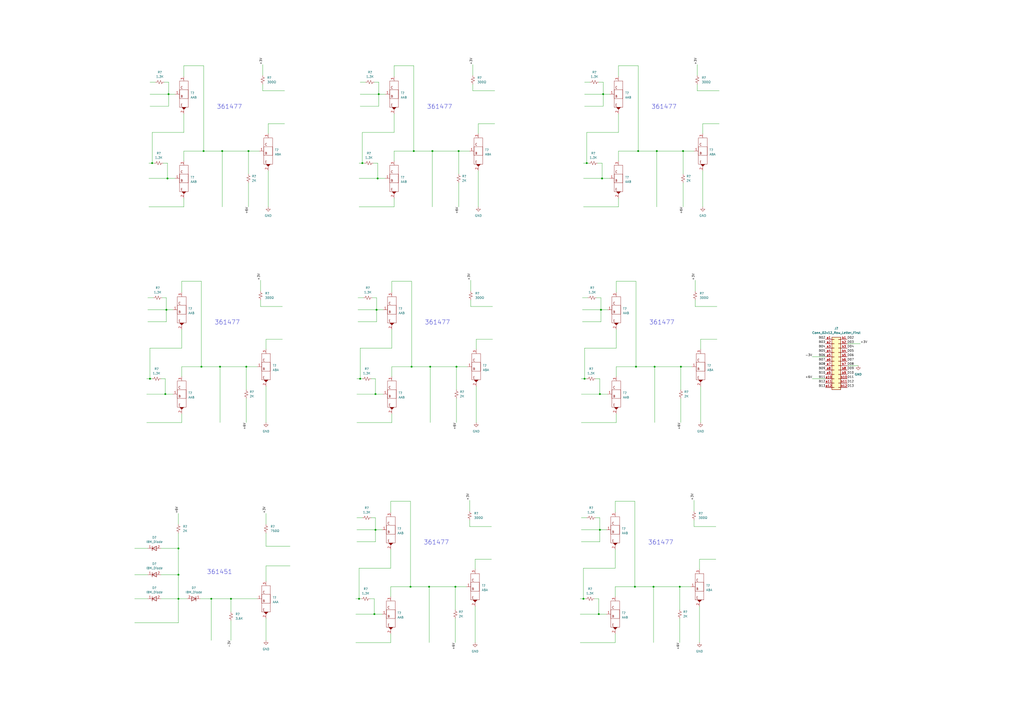
<source format=kicad_sch>
(kicad_sch (version 20211123) (generator eeschema)
  (paper "A2")
  (lib_symbols
    (symbol "Connector_Generic:Conn_02x12_Row_Letter_First" (pin_names (offset 1.016) hide)
      (property "Reference" "J" (at 1.27 15.24 0))
      (property "Value" "Conn_02x12_Row_Letter_First" (at 1.27 -17.78 0))
      (symbol "Conn_02x12_Row_Letter_First_1_1"
        (rectangle (start -1.27 -15.113) (end 0 -15.367) (stroke (width 0.1524)))
        (rectangle (start -1.27 -12.573) (end 0 -12.827) (stroke (width 0.1524)))
        (rectangle (start -1.27 -10.033) (end 0 -10.287) (stroke (width 0.1524)))
        (rectangle (start -1.27 -7.493) (end 0 -7.747) (stroke (width 0.1524)))
        (rectangle (start -1.27 -4.953) (end 0 -5.207) (stroke (width 0.1524)))
        (rectangle (start -1.27 -2.413) (end 0 -2.667) (stroke (width 0.1524)))
        (rectangle (start -1.27 0.127) (end 0 -0.127) (stroke (width 0.1524)))
        (rectangle (start -1.27 2.667) (end 0 2.413) (stroke (width 0.1524)))
        (rectangle (start -1.27 5.207) (end 0 4.953) (stroke (width 0.1524)))
        (rectangle (start -1.27 7.747) (end 0 7.493) (stroke (width 0.1524)))
        (rectangle (start -1.27 10.287) (end 0 10.033) (stroke (width 0.1524)))
        (rectangle (start -1.27 12.827) (end 0 12.573) (stroke (width 0.1524)))
        (rectangle (start -1.27 13.97) (end 3.81 -16.51) (stroke (width 0.254)) (fill (type background)))
        (rectangle (start 3.81 -15.113) (end 2.54 -15.367) (stroke (width 0.1524)))
        (rectangle (start 3.81 -12.573) (end 2.54 -12.827) (stroke (width 0.1524)))
        (rectangle (start 3.81 -10.033) (end 2.54 -10.287) (stroke (width 0.1524)))
        (rectangle (start 3.81 -7.493) (end 2.54 -7.747) (stroke (width 0.1524)))
        (rectangle (start 3.81 -4.953) (end 2.54 -5.207) (stroke (width 0.1524)))
        (rectangle (start 3.81 -2.413) (end 2.54 -2.667) (stroke (width 0.1524)))
        (rectangle (start 3.81 0.127) (end 2.54 -0.127) (stroke (width 0.1524)))
        (rectangle (start 3.81 2.667) (end 2.54 2.413) (stroke (width 0.1524)))
        (rectangle (start 3.81 5.207) (end 2.54 4.953) (stroke (width 0.1524)))
        (rectangle (start 3.81 7.747) (end 2.54 7.493) (stroke (width 0.1524)))
        (rectangle (start 3.81 10.287) (end 2.54 10.033) (stroke (width 0.1524)))
        (rectangle (start 3.81 12.827) (end 2.54 12.573) (stroke (width 0.1524)))
        (pin passive line (at -5.08 12.7 0) (length 3.81) (name "Pin_a1") (number "a1"))
        (pin passive line (at -5.08 -10.16 0) (length 3.81) (name "Pin_a10") (number "a10"))
        (pin passive line (at -5.08 -12.7 0) (length 3.81) (name "Pin_a11") (number "a11"))
        (pin passive line (at -5.08 -15.24 0) (length 3.81) (name "Pin_a12") (number "a12"))
        (pin passive line (at -5.08 10.16 0) (length 3.81) (name "Pin_a2") (number "a2"))
        (pin passive line (at -5.08 7.62 0) (length 3.81) (name "Pin_a3") (number "a3"))
        (pin passive line (at -5.08 5.08 0) (length 3.81) (name "Pin_a4") (number "a4"))
        (pin passive line (at -5.08 2.54 0) (length 3.81) (name "Pin_a5") (number "a5"))
        (pin passive line (at -5.08 0 0) (length 3.81) (name "Pin_a6") (number "a6"))
        (pin passive line (at -5.08 -2.54 0) (length 3.81) (name "Pin_a7") (number "a7"))
        (pin passive line (at -5.08 -5.08 0) (length 3.81) (name "Pin_a8") (number "a8"))
        (pin passive line (at -5.08 -7.62 0) (length 3.81) (name "Pin_a9") (number "a9"))
        (pin passive line (at 7.62 12.7 180) (length 3.81) (name "Pin_b1") (number "b1"))
        (pin passive line (at 7.62 -10.16 180) (length 3.81) (name "Pin_b10") (number "b10"))
        (pin passive line (at 7.62 -12.7 180) (length 3.81) (name "Pin_b11") (number "b11"))
        (pin passive line (at 7.62 -15.24 180) (length 3.81) (name "Pin_b12") (number "b12"))
        (pin passive line (at 7.62 10.16 180) (length 3.81) (name "Pin_b2") (number "b2"))
        (pin passive line (at 7.62 7.62 180) (length 3.81) (name "Pin_b3") (number "b3"))
        (pin passive line (at 7.62 5.08 180) (length 3.81) (name "Pin_b4") (number "b4"))
        (pin passive line (at 7.62 2.54 180) (length 3.81) (name "Pin_b5") (number "b5"))
        (pin passive line (at 7.62 0 180) (length 3.81) (name "Pin_b6") (number "b6"))
        (pin passive line (at 7.62 -2.54 180) (length 3.81) (name "Pin_b7") (number "b7"))
        (pin passive line (at 7.62 -5.08 180) (length 3.81) (name "Pin_b8") (number "b8"))
        (pin passive line (at 7.62 -7.62 180) (length 3.81) (name "Pin_b9") (number "b9"))
      )
    )
    (symbol "Device:R_Small_US" (pin_numbers hide) (pin_names (offset 0.254) hide)
      (property "Reference" "R" (at 0.762 0.508 0))
      (property "Value" "R_Small_US" (at 0.762 -1.016 0))
      (symbol "R_Small_US_1_1"
        (polyline (pts (xy 0 0) (xy 1.016 -0.381) (xy 0 -0.762) (xy -1.016 -1.143) (xy 0 -1.524)))
        (polyline (pts (xy 0 1.524) (xy 1.016 1.143) (xy 0 0.762) (xy -1.016 0.381) (xy 0 0)))
        (pin passive line (at 0 2.54 270) (length 1.016) (name "~") (number "1"))
        (pin passive line (at 0 -2.54 90) (length 1.016) (name "~") (number "2"))
      )
    )
    (symbol "IBM_SLT-SLD:IBM_Diode"
      (property "Reference" "D" (at 0 5.08 0))
      (property "Value" "IBM_Diode" (at 0 2.54 0))
      (symbol "IBM_Diode_0_1"
        (polyline (pts (xy -1.27 1.27) (xy -1.27 -1.27)) (stroke (width 0.254)))
        (polyline (pts (xy 1.27 0) (xy -1.27 0)))
        (polyline (pts (xy 1.27 1.27) (xy 1.27 -1.27) (xy -1.27 0) (xy 1.27 1.27)) (stroke (width 0.254)))
      )
      (symbol "IBM_Diode_1_1"
        (pin passive line (at -3.81 0 0) (length 2.54) (name "K") (number "1"))
        (pin passive line (at 3.81 0 180) (length 2.54) (name "A") (number "2"))
      )
    )
    (symbol "IBM_SLT-SLD:IBM_Transistor"
      (property "Reference" "T" (at 0 5.08 0))
      (property "Value" "IBM_Transistor" (at 7.62 8.89 0))
      (symbol "IBM_Transistor_0_0"
        (text "B" (at -1.27 -1.27 0) (effects (font (size 1.27 1.27))))
        (text "C" (at -1.27 3.81 0) (effects (font (size 1.27 1.27))))
        (text "E" (at -1.27 -6.35 0) (effects (font (size 1.27 1.27))))
      )
      (symbol "IBM_Transistor_0_1"
        (rectangle (start -2.54 2.54) (end 2.54 -2.54))
        (rectangle (start -2.54 7.62) (end 2.54 -7.62))
        (polyline (pts (xy -1.27 -7.62) (xy 0 -8.89) (xy 1.27 -7.62)) (fill (type outline)))
      )
      (symbol "IBM_Transistor_1_1"
        (pin passive line (at -5.08 0 0) (length 2.54) (name "B") (number "1"))
        (pin passive line (at 0 -11.43 90) (length 2.54) (name "E") (number "2"))
        (pin passive line (at 0 10.16 270) (length 2.54) (name "C") (number "3"))
      )
    )
    (symbol "power:GND" (power) (pin_names (offset 0))
      (property "Value" "GND" (at 0 -3.81 0))
      (symbol "GND_0_1"
        (polyline (pts (xy 0 0) (xy 0 -1.27) (xy 1.27 -1.27) (xy 0 -2.54) (xy -1.27 -1.27) (xy 0 -1.27)))
      )
      (symbol "GND_1_1"
        (pin power_in line (at 0 0 270) (length 0) hide (name "GND") (number "1"))
      )
    )
  )
  (junction (at 217.805 307.34))
  (junction (at 379.73 212.725))
  (junction (at 142.875 212.725))
  (junction (at 103.505 318.135))
  (junction (at 208.915 219.71))
  (junction (at 347.98 228.6))
  (junction (at 144.145 87.63))
  (junction (at 370.205 87.63))
  (junction (at 127.635 212.725))
  (junction (at 264.795 212.725))
  (junction (at 208.28 347.345))
  (junction (at 95.885 228.6))
  (junction (at 347.98 307.34))
  (junction (at 88.265 94.615))
  (junction (at 219.075 103.505))
  (junction (at 103.505 347.345))
  (junction (at 338.455 347.345))
  (junction (at 238.76 212.725))
  (junction (at 118.11 87.63))
  (junction (at 248.92 340.36))
  (junction (at 133.985 347.345))
  (junction (at 240.03 87.63))
  (junction (at 381 87.63))
  (junction (at 394.335 340.36))
  (junction (at 103.505 333.375))
  (junction (at 266.065 87.63))
  (junction (at 340.36 94.615))
  (junction (at 349.885 54.61))
  (junction (at 264.16 340.36))
  (junction (at 238.125 340.36))
  (junction (at 217.17 356.235))
  (junction (at 97.79 54.61))
  (junction (at 116.84 212.725))
  (junction (at 368.935 212.725))
  (junction (at 347.345 356.235))
  (junction (at 210.185 94.615))
  (junction (at 218.44 179.705))
  (junction (at 219.71 54.61))
  (junction (at 217.805 228.6))
  (junction (at 339.09 219.71))
  (junction (at 349.25 103.505))
  (junction (at 86.995 219.71))
  (junction (at 128.905 87.63))
  (junction (at 97.155 103.505))
  (junction (at 368.3 340.36))
  (junction (at 249.555 212.725))
  (junction (at 348.615 179.705))
  (junction (at 379.095 340.36))
  (junction (at 250.825 87.63))
  (junction (at 96.52 179.705))
  (junction (at 122.555 347.345))
  (junction (at 396.24 87.63))
  (junction (at 394.97 212.725))
  (wire (pts (xy 207.645 172.72) (xy 210.82 172.72)))
  (wire (pts (xy 95.885 228.6) (xy 100.33 228.6)))
  (wire (pts (xy 103.505 309.245) (xy 103.505 318.135)))
  (wire (pts (xy 336.55 372.745) (xy 356.87 372.745)))
  (wire (pts (xy 210.185 76.835) (xy 210.185 94.615)))
  (wire (pts (xy 207.01 219.71) (xy 208.915 219.71)))
  (wire (pts (xy 358.775 44.45) (xy 358.775 38.1)))
  (wire (pts (xy 404.495 37.465) (xy 404.495 43.815)))
  (wire (pts (xy 154.305 316.865) (xy 168.275 316.865)))
  (wire (pts (xy 127.635 212.725) (xy 127.635 245.11)))
  (wire (pts (xy 272.415 290.195) (xy 272.415 296.545)))
  (wire (pts (xy 348.615 179.705) (xy 352.425 179.705)))
  (wire (pts (xy 208.28 103.505) (xy 219.075 103.505)))
  (wire (pts (xy 105.41 212.725) (xy 116.84 212.725)))
  (wire (pts (xy 357.505 245.11) (xy 357.505 240.03)))
  (wire (pts (xy 273.05 173.99) (xy 273.05 177.8)))
  (wire (pts (xy 106.68 66.04) (xy 106.68 76.835)))
  (wire (pts (xy 106.68 93.345) (xy 106.68 87.63)))
  (wire (pts (xy 345.44 219.71) (xy 347.98 219.71)))
  (wire (pts (xy 337.82 172.72) (xy 340.995 172.72)))
  (wire (pts (xy 226.695 297.18) (xy 226.695 290.83)))
  (wire (pts (xy 228.6 38.1) (xy 240.03 38.1)))
  (wire (pts (xy 346.075 172.72) (xy 348.615 172.72)))
  (wire (pts (xy 272.415 301.625) (xy 272.415 305.435)))
  (wire (pts (xy 405.765 324.485) (xy 415.29 324.485)))
  (wire (pts (xy 491.49 212.09) (xy 497.84 212.09)))
  (wire (pts (xy 207.645 179.705) (xy 218.44 179.705)))
  (wire (pts (xy 216.535 94.615) (xy 219.075 94.615)))
  (wire (pts (xy 276.225 224.155) (xy 276.225 245.11)))
  (wire (pts (xy 86.36 94.615) (xy 88.265 94.615)))
  (wire (pts (xy 339.09 61.595) (xy 349.885 61.595)))
  (wire (pts (xy 215.265 300.355) (xy 217.805 300.355)))
  (wire (pts (xy 208.28 94.615) (xy 210.185 94.615)))
  (wire (pts (xy 215.265 219.71) (xy 217.805 219.71)))
  (wire (pts (xy 219.71 54.61) (xy 223.52 54.61)))
  (wire (pts (xy 349.885 61.595) (xy 349.885 54.61)))
  (wire (pts (xy 93.345 347.345) (xy 103.505 347.345)))
  (wire (pts (xy 358.775 76.835) (xy 340.36 76.835)))
  (wire (pts (xy 219.075 94.615) (xy 219.075 103.505)))
  (wire (pts (xy 337.185 228.6) (xy 347.98 228.6)))
  (wire (pts (xy 340.36 94.615) (xy 341.63 94.615)))
  (wire (pts (xy 228.6 120.015) (xy 228.6 114.935)))
  (wire (pts (xy 403.225 177.8) (xy 415.925 177.8)))
  (wire (pts (xy 154.305 337.185) (xy 154.305 328.295)))
  (wire (pts (xy 405.765 330.2) (xy 405.765 324.485)))
  (wire (pts (xy 402.59 301.625) (xy 402.59 305.435)))
  (wire (pts (xy 347.98 307.34) (xy 351.79 307.34)))
  (wire (pts (xy 277.495 99.06) (xy 277.495 120.015)))
  (wire (pts (xy 356.87 372.745) (xy 356.87 367.665)))
  (wire (pts (xy 227.33 201.93) (xy 208.915 201.93)))
  (wire (pts (xy 402.59 290.195) (xy 402.59 296.545)))
  (wire (pts (xy 96.52 186.69) (xy 96.52 179.705)))
  (wire (pts (xy 394.335 340.36) (xy 400.685 340.36)))
  (wire (pts (xy 357.505 218.44) (xy 357.505 212.725)))
  (wire (pts (xy 105.41 218.44) (xy 105.41 212.725)))
  (wire (pts (xy 208.915 47.625) (xy 212.09 47.625)))
  (wire (pts (xy 103.505 318.135) (xy 93.345 318.135)))
  (wire (pts (xy 151.13 177.8) (xy 163.83 177.8)))
  (wire (pts (xy 358.775 120.015) (xy 358.775 114.935)))
  (wire (pts (xy 219.71 47.625) (xy 219.71 54.61)))
  (wire (pts (xy 144.145 106.045) (xy 144.145 120.015)))
  (wire (pts (xy 264.16 340.36) (xy 264.16 353.695)))
  (wire (pts (xy 264.795 212.725) (xy 264.795 226.06)))
  (wire (pts (xy 404.495 52.705) (xy 417.195 52.705)))
  (wire (pts (xy 406.4 224.155) (xy 406.4 245.11)))
  (wire (pts (xy 349.885 54.61) (xy 353.695 54.61)))
  (wire (pts (xy 85.725 179.705) (xy 96.52 179.705)))
  (wire (pts (xy 116.205 347.345) (xy 122.555 347.345)))
  (wire (pts (xy 207.01 314.325) (xy 217.805 314.325)))
  (wire (pts (xy 226.695 346.075) (xy 226.695 340.36)))
  (wire (pts (xy 155.575 99.06) (xy 155.575 120.015)))
  (wire (pts (xy 227.33 163.195) (xy 238.76 163.195)))
  (wire (pts (xy 105.41 201.93) (xy 86.995 201.93)))
  (wire (pts (xy 103.505 318.135) (xy 103.505 333.375)))
  (wire (pts (xy 93.98 172.72) (xy 96.52 172.72)))
  (wire (pts (xy 368.935 163.195) (xy 368.935 212.725)))
  (wire (pts (xy 103.505 333.375) (xy 93.345 333.375)))
  (wire (pts (xy 249.555 212.725) (xy 264.795 212.725)))
  (wire (pts (xy 405.765 351.79) (xy 405.765 372.745)))
  (wire (pts (xy 106.68 44.45) (xy 106.68 38.1)))
  (wire (pts (xy 238.125 340.36) (xy 248.92 340.36)))
  (wire (pts (xy 151.13 173.99) (xy 151.13 177.8)))
  (wire (pts (xy 266.065 87.63) (xy 272.415 87.63)))
  (wire (pts (xy 356.87 297.18) (xy 356.87 290.83)))
  (wire (pts (xy 379.095 340.36) (xy 379.095 372.745)))
  (wire (pts (xy 349.25 94.615) (xy 349.25 103.505)))
  (wire (pts (xy 272.415 305.435) (xy 285.115 305.435)))
  (wire (pts (xy 264.795 231.14) (xy 264.795 245.11)))
  (wire (pts (xy 347.98 228.6) (xy 352.425 228.6)))
  (wire (pts (xy 273.05 162.56) (xy 273.05 168.91)))
  (wire (pts (xy 226.695 329.565) (xy 208.28 329.565)))
  (wire (pts (xy 394.335 358.775) (xy 394.335 372.745)))
  (wire (pts (xy 208.28 120.015) (xy 228.6 120.015)))
  (wire (pts (xy 227.33 191.135) (xy 227.33 201.93)))
  (wire (pts (xy 122.555 347.345) (xy 133.985 347.345)))
  (wire (pts (xy 240.03 87.63) (xy 250.825 87.63)))
  (wire (pts (xy 152.4 37.465) (xy 152.4 43.815)))
  (wire (pts (xy 338.455 103.505) (xy 349.25 103.505)))
  (wire (pts (xy 264.16 340.36) (xy 270.51 340.36)))
  (wire (pts (xy 217.17 356.235) (xy 221.615 356.235)))
  (wire (pts (xy 275.59 351.79) (xy 275.59 372.745)))
  (wire (pts (xy 217.805 219.71) (xy 217.805 228.6)))
  (wire (pts (xy 277.495 71.755) (xy 287.02 71.755)))
  (wire (pts (xy 208.28 347.345) (xy 209.55 347.345)))
  (wire (pts (xy 274.32 48.895) (xy 274.32 52.705)))
  (wire (pts (xy 337.185 307.34) (xy 347.98 307.34)))
  (wire (pts (xy 227.33 218.44) (xy 227.33 212.725)))
  (wire (pts (xy 85.09 228.6) (xy 95.885 228.6)))
  (wire (pts (xy 357.505 163.195) (xy 368.935 163.195)))
  (wire (pts (xy 85.09 245.11) (xy 105.41 245.11)))
  (wire (pts (xy 356.87 346.075) (xy 356.87 340.36)))
  (wire (pts (xy 407.67 77.47) (xy 407.67 71.755)))
  (wire (pts (xy 339.09 219.71) (xy 340.36 219.71)))
  (wire (pts (xy 238.76 212.725) (xy 249.555 212.725)))
  (wire (pts (xy 344.805 347.345) (xy 347.345 347.345)))
  (wire (pts (xy 357.505 212.725) (xy 368.935 212.725)))
  (wire (pts (xy 238.125 290.83) (xy 238.125 340.36)))
  (wire (pts (xy 337.185 314.325) (xy 347.98 314.325)))
  (wire (pts (xy 215.9 172.72) (xy 218.44 172.72)))
  (wire (pts (xy 249.555 212.725) (xy 249.555 245.11)))
  (wire (pts (xy 346.71 94.615) (xy 349.25 94.615)))
  (wire (pts (xy 396.24 106.045) (xy 396.24 120.015)))
  (wire (pts (xy 208.28 329.565) (xy 208.28 347.345)))
  (wire (pts (xy 94.615 94.615) (xy 97.155 94.615)))
  (wire (pts (xy 379.73 212.725) (xy 394.97 212.725)))
  (wire (pts (xy 97.155 103.505) (xy 101.6 103.505)))
  (wire (pts (xy 142.875 212.725) (xy 142.875 226.06)))
  (wire (pts (xy 407.67 71.755) (xy 417.195 71.755)))
  (wire (pts (xy 347.98 219.71) (xy 347.98 228.6)))
  (wire (pts (xy 116.84 212.725) (xy 127.635 212.725)))
  (wire (pts (xy 106.68 38.1) (xy 118.11 38.1)))
  (wire (pts (xy 396.24 87.63) (xy 396.24 100.965)))
  (wire (pts (xy 93.345 219.71) (xy 95.885 219.71)))
  (wire (pts (xy 154.305 297.815) (xy 154.305 304.165)))
  (wire (pts (xy 103.505 361.315) (xy 103.505 347.345)))
  (wire (pts (xy 214.63 347.345) (xy 217.17 347.345)))
  (wire (pts (xy 118.11 38.1) (xy 118.11 87.63)))
  (wire (pts (xy 358.775 38.1) (xy 370.205 38.1)))
  (wire (pts (xy 228.6 87.63) (xy 240.03 87.63)))
  (wire (pts (xy 406.4 202.565) (xy 406.4 196.85)))
  (wire (pts (xy 208.915 219.71) (xy 210.185 219.71)))
  (wire (pts (xy 228.6 44.45) (xy 228.6 38.1)))
  (wire (pts (xy 404.495 48.895) (xy 404.495 52.705)))
  (wire (pts (xy 96.52 179.705) (xy 100.33 179.705)))
  (wire (pts (xy 78.105 333.375) (xy 85.725 333.375)))
  (wire (pts (xy 356.87 329.565) (xy 338.455 329.565)))
  (wire (pts (xy 339.09 47.625) (xy 342.265 47.625)))
  (wire (pts (xy 88.265 94.615) (xy 89.535 94.615)))
  (wire (pts (xy 144.145 87.63) (xy 150.495 87.63)))
  (wire (pts (xy 274.32 52.705) (xy 287.02 52.705)))
  (wire (pts (xy 368.935 212.725) (xy 379.73 212.725)))
  (wire (pts (xy 379.73 212.725) (xy 379.73 245.11)))
  (wire (pts (xy 217.17 47.625) (xy 219.71 47.625)))
  (wire (pts (xy 407.67 99.06) (xy 407.67 120.015)))
  (wire (pts (xy 217.805 228.6) (xy 222.25 228.6)))
  (wire (pts (xy 276.225 196.85) (xy 285.75 196.85)))
  (wire (pts (xy 337.82 179.705) (xy 348.615 179.705)))
  (wire (pts (xy 154.305 196.85) (xy 163.83 196.85)))
  (wire (pts (xy 264.16 358.775) (xy 264.16 372.745)))
  (wire (pts (xy 219.71 61.595) (xy 219.71 54.61)))
  (wire (pts (xy 347.345 347.345) (xy 347.345 356.235)))
  (wire (pts (xy 85.725 172.72) (xy 88.9 172.72)))
  (wire (pts (xy 348.615 186.69) (xy 348.615 179.705)))
  (wire (pts (xy 394.97 212.725) (xy 394.97 226.06)))
  (wire (pts (xy 394.97 231.14) (xy 394.97 245.11)))
  (wire (pts (xy 370.205 38.1) (xy 370.205 87.63)))
  (wire (pts (xy 97.79 61.595) (xy 97.79 54.61)))
  (wire (pts (xy 206.375 347.345) (xy 208.28 347.345)))
  (wire (pts (xy 96.52 172.72) (xy 96.52 179.705)))
  (wire (pts (xy 227.33 245.11) (xy 227.33 240.03)))
  (wire (pts (xy 103.505 297.815) (xy 103.505 304.165)))
  (wire (pts (xy 154.305 309.245) (xy 154.305 316.865)))
  (wire (pts (xy 155.575 71.755) (xy 165.1 71.755)))
  (wire (pts (xy 105.41 191.135) (xy 105.41 201.93)))
  (wire (pts (xy 206.375 356.235) (xy 217.17 356.235)))
  (wire (pts (xy 394.335 340.36) (xy 394.335 353.695)))
  (wire (pts (xy 338.455 347.345) (xy 339.725 347.345)))
  (wire (pts (xy 339.09 201.93) (xy 339.09 219.71)))
  (wire (pts (xy 250.825 87.63) (xy 266.065 87.63)))
  (wire (pts (xy 402.59 305.435) (xy 415.29 305.435)))
  (wire (pts (xy 277.495 77.47) (xy 277.495 71.755)))
  (wire (pts (xy 356.87 340.36) (xy 368.3 340.36)))
  (wire (pts (xy 394.97 212.725) (xy 401.32 212.725)))
  (wire (pts (xy 240.03 38.1) (xy 240.03 87.63)))
  (wire (pts (xy 217.17 347.345) (xy 217.17 356.235)))
  (wire (pts (xy 274.32 37.465) (xy 274.32 43.815)))
  (wire (pts (xy 357.505 191.135) (xy 357.505 201.93)))
  (wire (pts (xy 357.505 201.93) (xy 339.09 201.93)))
  (wire (pts (xy 403.225 162.56) (xy 403.225 168.91)))
  (wire (pts (xy 133.985 360.045) (xy 133.985 371.475)))
  (wire (pts (xy 356.87 290.83) (xy 368.3 290.83)))
  (wire (pts (xy 491.49 199.39) (xy 499.11 199.39)))
  (wire (pts (xy 347.98 300.355) (xy 347.98 307.34)))
  (wire (pts (xy 338.455 329.565) (xy 338.455 347.345)))
  (wire (pts (xy 105.41 245.11) (xy 105.41 240.03)))
  (wire (pts (xy 128.905 87.63) (xy 128.905 120.015)))
  (wire (pts (xy 152.4 52.705) (xy 165.1 52.705)))
  (wire (pts (xy 218.44 179.705) (xy 222.25 179.705)))
  (wire (pts (xy 207.645 186.69) (xy 218.44 186.69)))
  (wire (pts (xy 122.555 371.475) (xy 122.555 347.345)))
  (wire (pts (xy 86.36 103.505) (xy 97.155 103.505)))
  (wire (pts (xy 86.995 219.71) (xy 88.265 219.71)))
  (wire (pts (xy 208.915 54.61) (xy 219.71 54.61)))
  (wire (pts (xy 86.995 47.625) (xy 90.17 47.625)))
  (wire (pts (xy 340.36 76.835) (xy 340.36 94.615)))
  (wire (pts (xy 219.075 103.505) (xy 223.52 103.505)))
  (wire (pts (xy 88.265 76.835) (xy 88.265 94.615)))
  (wire (pts (xy 379.095 340.36) (xy 394.335 340.36)))
  (wire (pts (xy 217.805 300.355) (xy 217.805 307.34)))
  (wire (pts (xy 248.92 340.36) (xy 248.92 372.745)))
  (wire (pts (xy 345.44 300.355) (xy 347.98 300.355)))
  (wire (pts (xy 206.375 372.745) (xy 226.695 372.745)))
  (wire (pts (xy 228.6 76.835) (xy 210.185 76.835)))
  (wire (pts (xy 349.885 47.625) (xy 349.885 54.61)))
  (wire (pts (xy 86.995 54.61) (xy 97.79 54.61)))
  (wire (pts (xy 207.01 228.6) (xy 217.805 228.6)))
  (wire (pts (xy 97.79 54.61) (xy 101.6 54.61)))
  (wire (pts (xy 217.805 314.325) (xy 217.805 307.34)))
  (wire (pts (xy 208.915 201.93) (xy 208.915 219.71)))
  (wire (pts (xy 227.33 212.725) (xy 238.76 212.725)))
  (wire (pts (xy 471.17 219.71) (xy 478.79 219.71)))
  (wire (pts (xy 127.635 212.725) (xy 142.875 212.725)))
  (wire (pts (xy 217.805 307.34) (xy 221.615 307.34)))
  (wire (pts (xy 106.68 76.835) (xy 88.265 76.835)))
  (wire (pts (xy 266.065 87.63) (xy 266.065 100.965)))
  (wire (pts (xy 144.145 87.63) (xy 144.145 100.965)))
  (wire (pts (xy 250.825 87.63) (xy 250.825 120.015)))
  (wire (pts (xy 248.92 340.36) (xy 264.16 340.36)))
  (wire (pts (xy 358.775 93.345) (xy 358.775 87.63)))
  (wire (pts (xy 105.41 169.545) (xy 105.41 163.195)))
  (wire (pts (xy 133.985 347.345) (xy 133.985 354.965)))
  (wire (pts (xy 154.305 224.155) (xy 154.305 245.11)))
  (wire (pts (xy 227.33 169.545) (xy 227.33 163.195)))
  (wire (pts (xy 210.185 94.615) (xy 211.455 94.615)))
  (wire (pts (xy 154.305 202.565) (xy 154.305 196.85)))
  (wire (pts (xy 151.13 162.56) (xy 151.13 168.91)))
  (wire (pts (xy 78.105 361.315) (xy 103.505 361.315)))
  (wire (pts (xy 228.6 66.04) (xy 228.6 76.835)))
  (wire (pts (xy 273.05 177.8) (xy 285.75 177.8)))
  (wire (pts (xy 208.915 61.595) (xy 219.71 61.595)))
  (wire (pts (xy 128.905 87.63) (xy 144.145 87.63)))
  (wire (pts (xy 142.875 231.14) (xy 142.875 245.11)))
  (wire (pts (xy 97.79 47.625) (xy 97.79 54.61)))
  (wire (pts (xy 85.09 219.71) (xy 86.995 219.71)))
  (wire (pts (xy 347.345 356.235) (xy 351.79 356.235)))
  (wire (pts (xy 381 87.63) (xy 381 120.015)))
  (wire (pts (xy 106.68 120.015) (xy 106.68 114.935)))
  (wire (pts (xy 396.24 87.63) (xy 402.59 87.63)))
  (wire (pts (xy 381 87.63) (xy 396.24 87.63)))
  (wire (pts (xy 228.6 93.345) (xy 228.6 87.63)))
  (wire (pts (xy 339.09 54.61) (xy 349.885 54.61)))
  (wire (pts (xy 105.41 163.195) (xy 116.84 163.195)))
  (wire (pts (xy 86.995 61.595) (xy 97.79 61.595)))
  (wire (pts (xy 78.105 318.135) (xy 85.725 318.135)))
  (wire (pts (xy 85.725 186.69) (xy 96.52 186.69)))
  (wire (pts (xy 118.11 87.63) (xy 128.905 87.63)))
  (wire (pts (xy 86.995 201.93) (xy 86.995 219.71)))
  (wire (pts (xy 349.25 103.505) (xy 353.695 103.505)))
  (wire (pts (xy 403.225 173.99) (xy 403.225 177.8)))
  (wire (pts (xy 266.065 106.045) (xy 266.065 120.015)))
  (wire (pts (xy 226.695 318.77) (xy 226.695 329.565)))
  (wire (pts (xy 78.105 347.345) (xy 85.725 347.345)))
  (wire (pts (xy 207.01 307.34) (xy 217.805 307.34)))
  (wire (pts (xy 106.68 87.63) (xy 118.11 87.63)))
  (wire (pts (xy 218.44 172.72) (xy 218.44 179.705)))
  (wire (pts (xy 116.84 163.195) (xy 116.84 212.725)))
  (wire (pts (xy 406.4 196.85) (xy 415.925 196.85)))
  (wire (pts (xy 356.87 318.77) (xy 356.87 329.565)))
  (wire (pts (xy 337.185 219.71) (xy 339.09 219.71)))
  (wire (pts (xy 155.575 77.47) (xy 155.575 71.755)))
  (wire (pts (xy 207.01 300.355) (xy 210.185 300.355)))
  (wire (pts (xy 347.345 47.625) (xy 349.885 47.625)))
  (wire (pts (xy 347.98 314.325) (xy 347.98 307.34)))
  (wire (pts (xy 368.3 340.36) (xy 379.095 340.36)))
  (wire (pts (xy 142.875 212.725) (xy 149.225 212.725)))
  (wire (pts (xy 264.795 212.725) (xy 271.145 212.725)))
  (wire (pts (xy 357.505 169.545) (xy 357.505 163.195)))
  (wire (pts (xy 337.82 186.69) (xy 348.615 186.69)))
  (wire (pts (xy 338.455 120.015) (xy 358.775 120.015)))
  (wire (pts (xy 154.305 358.775) (xy 154.305 371.475)))
  (wire (pts (xy 348.615 172.72) (xy 348.615 179.705)))
  (wire (pts (xy 276.225 202.565) (xy 276.225 196.85)))
  (wire (pts (xy 226.695 340.36) (xy 238.125 340.36)))
  (wire (pts (xy 238.76 163.195) (xy 238.76 212.725)))
  (wire (pts (xy 337.185 300.355) (xy 340.36 300.355)))
  (wire (pts (xy 133.985 347.345) (xy 149.225 347.345)))
  (wire (pts (xy 358.775 87.63) (xy 370.205 87.63)))
  (wire (pts (xy 152.4 48.895) (xy 152.4 52.705)))
  (wire (pts (xy 370.205 87.63) (xy 381 87.63)))
  (wire (pts (xy 97.155 94.615) (xy 97.155 103.505)))
  (wire (pts (xy 358.775 66.04) (xy 358.775 76.835)))
  (wire (pts (xy 218.44 186.69) (xy 218.44 179.705)))
  (wire (pts (xy 226.695 290.83) (xy 238.125 290.83)))
  (wire (pts (xy 337.185 245.11) (xy 357.505 245.11)))
  (wire (pts (xy 338.455 94.615) (xy 340.36 94.615)))
  (wire (pts (xy 275.59 330.2) (xy 275.59 324.485)))
  (wire (pts (xy 336.55 347.345) (xy 338.455 347.345)))
  (wire (pts (xy 86.36 120.015) (xy 106.68 120.015)))
  (wire (pts (xy 471.17 207.01) (xy 478.79 207.01)))
  (wire (pts (xy 103.505 333.375) (xy 103.505 347.345)))
  (wire (pts (xy 275.59 324.485) (xy 285.115 324.485)))
  (wire (pts (xy 207.01 245.11) (xy 227.33 245.11)))
  (wire (pts (xy 336.55 356.235) (xy 347.345 356.235)))
  (wire (pts (xy 154.305 328.295) (xy 168.275 328.295)))
  (wire (pts (xy 368.3 290.83) (xy 368.3 340.36)))
  (wire (pts (xy 95.885 219.71) (xy 95.885 228.6)))
  (wire (pts (xy 95.25 47.625) (xy 97.79 47.625)))
  (wire (pts (xy 103.505 347.345) (xy 108.585 347.345)))
  (wire (pts (xy 226.695 372.745) (xy 226.695 367.665)))
  (text "361477" (at 377.825 63.5 0) (effects (font (size 2.54 2.54)) (justify left bottom)))
  (text "361477" (at 375.92 316.23 0) (effects (font (size 2.54 2.54)) (justify left bottom)))
  (text "361477" (at 124.46 188.595 0) (effects (font (size 2.54 2.54)) (justify left bottom)))
  (text "361477" (at 245.745 316.23 0) (effects (font (size 2.54 2.54)) (justify left bottom)))
  (text "361477" (at 246.38 188.595 0) (effects (font (size 2.54 2.54)) (justify left bottom)))
  (text "361451" (at 120.015 333.375 0) (effects (font (size 2.54 2.54)) (justify left bottom)))
  (text "361477" (at 125.73 63.5 0) (effects (font (size 2.54 2.54)) (justify left bottom)))
  (text "361477" (at 376.555 188.595 0) (effects (font (size 2.54 2.54)) (justify left bottom)))
  (text "361477" (at 247.65 63.5 0) (effects (font (size 2.54 2.54)) (justify left bottom)))
  (label "+3V" (at 499.11 199.39 0))
  (label "-3V" (at 471.17 207.01 180))
  (label "+6V" (at 142.875 245.11 270))
  (label "+3V" (at 403.225 162.56 90))
  (label "D06" (at 491.49 207.01 0))
  (label "+6V" (at 471.17 219.71 180))
  (label "D13" (at 491.49 224.79 0))
  (label "D09" (at 491.49 214.63 0))
  (label "+6V" (at 394.97 245.11 270))
  (label "+6V" (at 264.16 372.745 270))
  (label "B12" (at 478.79 222.25 180))
  (label "B02" (at 478.79 196.85 180))
  (label "+3V" (at 402.59 290.195 90))
  (label "+6V" (at 144.145 120.015 270))
  (label "B11" (at 478.79 219.71 180))
  (label "D07" (at 491.49 209.55 0))
  (label "+6V" (at 266.065 120.015 270))
  (label "B10" (at 478.79 217.17 180))
  (label "B09" (at 478.79 214.63 180))
  (label "+3V" (at 152.4 37.465 90))
  (label "-3V" (at 133.985 371.475 270))
  (label "D02" (at 491.49 196.85 0))
  (label "B05" (at 478.79 204.47 180))
  (label "+6V" (at 396.24 120.015 270))
  (label "+3V" (at 274.32 37.465 90))
  (label "B04" (at 478.79 201.93 180))
  (label "D05" (at 491.49 204.47 0))
  (label "B13" (at 478.79 224.79 180))
  (label "+6V" (at 394.335 372.745 270))
  (label "D11" (at 491.49 219.71 0))
  (label "+6V" (at 264.795 245.11 270))
  (label "B08" (at 478.79 212.09 180))
  (label "+3V" (at 272.415 290.195 90))
  (label "+3V" (at 151.13 162.56 90))
  (label "+6V" (at 103.505 297.815 90))
  (label "+3V" (at 273.05 162.56 90))
  (label "+3V" (at 154.305 297.815 90))
  (label "D04" (at 491.49 201.93 0))
  (label "B03" (at 478.79 199.39 180))
  (label "B06" (at 478.79 207.01 180))
  (label "D12" (at 491.49 222.25 0))
  (label "D08" (at 491.49 212.09 0))
  (label "B07" (at 478.79 209.55 180))
  (label "D03" (at 491.49 199.39 0))
  (label "D10" (at 491.49 217.17 0))
  (label "+3V" (at 404.495 37.465 90))
  (symbol (lib_id "IBM_SLT-SLD:IBM_Transistor") (at 357.505 228.6 0) (unit 1)
    (property "Reference" "T?" (at 361.315 227.9649 0) (effects (justify left)))
    (property "Value" "AAB" (at 361.315 230.5049 0) (effects (justify left)))
  )
  (symbol (lib_id "Device:R_Small_US") (at 394.97 228.6 0) (unit 1)
    (property "Reference" "R?" (at 396.875 227.3299 0) (effects (justify left)))
    (property "Value" "2K" (at 396.875 229.8699 0) (effects (justify left)))
    (property "Footprint" "Resistor_SMD:R_0201_0603Metric" (effects hide))
  )
  (symbol (lib_id "IBM_SLT-SLD:IBM_Transistor") (at 227.33 228.6 0) (unit 1)
    (property "Reference" "T?" (at 231.14 227.9649 0) (effects (justify left)))
    (property "Value" "AAB" (at 231.14 230.5049 0) (effects (justify left)))
  )
  (symbol (lib_id "Device:R_Small_US") (at 103.505 306.705 0) (unit 1)
    (property "Reference" "R?" (at 106.045 305.4349 0) (effects (justify left)))
    (property "Value" "2K" (at 106.045 307.9749 0) (effects (justify left)))
    (property "Footprint" "Resistor_SMD:R_0201_0603Metric" (effects hide))
  )
  (symbol (lib_id "Device:R_Small_US") (at 404.495 46.355 0) (unit 1)
    (property "Reference" "R?" (at 407.035 45.0849 0) (effects (justify left)))
    (property "Value" "300Ω" (at 407.035 47.6249 0) (effects (justify left)))
    (property "Footprint" "Resistor_SMD:R_0201_0603Metric" (effects hide))
  )
  (symbol (lib_id "Device:R_Small_US") (at 403.225 171.45 0) (unit 1)
    (property "Reference" "R?" (at 405.765 170.1799 0) (effects (justify left)))
    (property "Value" "300Ω" (at 405.765 172.7199 0) (effects (justify left)))
    (property "Footprint" "Resistor_SMD:R_0201_0603Metric" (effects hide))
  )
  (symbol (lib_id "Device:R_Small_US") (at 151.13 171.45 0) (unit 1)
    (property "Reference" "R?" (at 153.67 170.1799 0) (effects (justify left)))
    (property "Value" "300Ω" (at 153.67 172.7199 0) (effects (justify left)))
    (property "Footprint" "Resistor_SMD:R_0201_0603Metric" (effects hide))
  )
  (symbol (lib_id "IBM_SLT-SLD:IBM_Transistor") (at 358.775 103.505 0) (unit 1)
    (property "Reference" "T?" (at 362.585 102.8699 0) (effects (justify left)))
    (property "Value" "AAB" (at 362.585 105.4099 0) (effects (justify left)))
  )
  (symbol (lib_id "power:GND") (at 406.4 245.11 0) (unit 1)
    (property "Reference" "#PWR?" (effects hide))
    (property "Value" "GND" (at 406.4 250.19 0))
  )
  (symbol (lib_id "IBM_SLT-SLD:IBM_Transistor") (at 105.41 228.6 0) (unit 1)
    (property "Reference" "T?" (at 109.22 227.9649 0) (effects (justify left)))
    (property "Value" "AAB" (at 109.22 230.5049 0) (effects (justify left)))
  )
  (symbol (lib_id "IBM_SLT-SLD:IBM_Transistor") (at 406.4 212.725 0) (unit 1)
    (property "Reference" "T?" (at 410.21 212.0899 0) (effects (justify left)))
    (property "Value" "ABA" (at 410.21 214.6299 0) (effects (justify left)))
  )
  (symbol (lib_id "power:GND") (at 276.225 245.11 0) (unit 1)
    (property "Reference" "#PWR?" (effects hide))
    (property "Value" "GND" (at 276.225 250.19 0))
  )
  (symbol (lib_id "Device:R_Small_US") (at 92.71 47.625 90) (unit 1)
    (property "Reference" "R?" (at 92.71 41.91 90))
    (property "Value" "1.3K" (at 92.71 44.45 90))
    (property "Footprint" "Resistor_SMD:R_0201_0603Metric" (effects hide))
  )
  (symbol (lib_id "IBM_SLT-SLD:IBM_Transistor") (at 407.67 87.63 0) (unit 1)
    (property "Reference" "T?" (at 411.48 86.9949 0) (effects (justify left)))
    (property "Value" "ABA" (at 411.48 89.5349 0) (effects (justify left)))
  )
  (symbol (lib_id "IBM_SLT-SLD:IBM_Transistor") (at 105.41 179.705 0) (unit 1)
    (property "Reference" "T?" (at 109.22 179.0699 0) (effects (justify left)))
    (property "Value" "AAB" (at 109.22 181.6099 0) (effects (justify left)))
  )
  (symbol (lib_id "IBM_SLT-SLD:IBM_Transistor") (at 356.87 356.235 0) (unit 1)
    (property "Reference" "T?" (at 360.68 355.5999 0) (effects (justify left)))
    (property "Value" "AAB" (at 360.68 358.1399 0) (effects (justify left)))
  )
  (symbol (lib_id "IBM_SLT-SLD:IBM_Diode") (at 89.535 318.135 0) (unit 1)
    (property "Reference" "D?" (at 89.535 311.785 0))
    (property "Value" "IBM_Diode" (at 89.535 314.325 0))
    (property "Footprint" "Diode_SMD:D_0201_0603Metric" (effects hide))
  )
  (symbol (lib_id "power:GND") (at 405.765 372.745 0) (unit 1)
    (property "Reference" "#PWR?" (effects hide))
    (property "Value" "GND" (at 405.765 377.825 0))
  )
  (symbol (lib_id "Device:R_Small_US") (at 344.17 94.615 90) (unit 1)
    (property "Reference" "R?" (at 344.17 88.9 90))
    (property "Value" "1.3K" (at 344.17 91.44 90))
    (property "Footprint" "Resistor_SMD:R_0201_0603Metric" (effects hide))
  )
  (symbol (lib_id "Device:R_Small_US") (at 214.63 47.625 90) (unit 1)
    (property "Reference" "R?" (at 214.63 41.91 90))
    (property "Value" "1.3K" (at 214.63 44.45 90))
    (property "Footprint" "Resistor_SMD:R_0201_0603Metric" (effects hide))
  )
  (symbol (lib_id "IBM_SLT-SLD:IBM_Transistor") (at 106.68 103.505 0) (unit 1)
    (property "Reference" "T?" (at 110.49 102.8699 0) (effects (justify left)))
    (property "Value" "AAB" (at 110.49 105.4099 0) (effects (justify left)))
  )
  (symbol (lib_id "Device:R_Small_US") (at 212.725 219.71 90) (unit 1)
    (property "Reference" "R?" (at 212.725 213.995 90))
    (property "Value" "1.3K" (at 212.725 216.535 90))
    (property "Footprint" "Resistor_SMD:R_0201_0603Metric" (effects hide))
  )
  (symbol (lib_id "Device:R_Small_US") (at 152.4 46.355 0) (unit 1)
    (property "Reference" "R?" (at 154.94 45.0849 0) (effects (justify left)))
    (property "Value" "300Ω" (at 154.94 47.6249 0) (effects (justify left)))
    (property "Footprint" "Resistor_SMD:R_0201_0603Metric" (effects hide))
  )
  (symbol (lib_id "Device:R_Small_US") (at 90.805 219.71 90) (unit 1)
    (property "Reference" "R?" (at 90.805 213.995 90))
    (property "Value" "1.3K" (at 90.805 216.535 90))
    (property "Footprint" "Resistor_SMD:R_0201_0603Metric" (effects hide))
  )
  (symbol (lib_id "power:GND") (at 407.67 120.015 0) (unit 1)
    (property "Reference" "#PWR?" (effects hide))
    (property "Value" "GND" (at 407.67 125.095 0))
  )
  (symbol (lib_id "Device:R_Small_US") (at 133.985 357.505 0) (unit 1)
    (property "Reference" "R?" (at 136.525 356.2349 0) (effects (justify left)))
    (property "Value" "3.6K" (at 136.525 358.7749 0) (effects (justify left)))
    (property "Footprint" "Resistor_SMD:R_0201_0603Metric" (effects hide))
  )
  (symbol (lib_id "IBM_SLT-SLD:IBM_Diode") (at 89.535 347.345 0) (unit 1)
    (property "Reference" "D?" (at 89.535 340.995 0))
    (property "Value" "IBM_Diode" (at 89.535 343.535 0))
    (property "Footprint" "Diode_SMD:D_0201_0603Metric" (effects hide))
  )
  (symbol (lib_id "IBM_SLT-SLD:IBM_Transistor") (at 356.87 307.34 0) (unit 1)
    (property "Reference" "T?" (at 360.68 306.7049 0) (effects (justify left)))
    (property "Value" "AAB" (at 360.68 309.2449 0) (effects (justify left)))
  )
  (symbol (lib_id "power:GND") (at 275.59 372.745 0) (unit 1)
    (property "Reference" "#PWR?" (effects hide))
    (property "Value" "GND" (at 275.59 377.825 0))
  )
  (symbol (lib_id "Device:R_Small_US") (at 396.24 103.505 0) (unit 1)
    (property "Reference" "R?" (at 398.145 102.2349 0) (effects (justify left)))
    (property "Value" "2K" (at 398.145 104.7749 0) (effects (justify left)))
    (property "Footprint" "Resistor_SMD:R_0201_0603Metric" (effects hide))
  )
  (symbol (lib_id "Device:R_Small_US") (at 142.875 228.6 0) (unit 1)
    (property "Reference" "R?" (at 144.78 227.3299 0) (effects (justify left)))
    (property "Value" "2K" (at 144.78 229.8699 0) (effects (justify left)))
    (property "Footprint" "Resistor_SMD:R_0201_0603Metric" (effects hide))
  )
  (symbol (lib_id "IBM_SLT-SLD:IBM_Transistor") (at 275.59 340.36 0) (unit 1)
    (property "Reference" "T?" (at 279.4 339.7249 0) (effects (justify left)))
    (property "Value" "ABA" (at 279.4 342.2649 0) (effects (justify left)))
  )
  (symbol (lib_id "Device:R_Small_US") (at 154.305 306.705 0) (unit 1)
    (property "Reference" "R?" (at 156.845 305.4349 0) (effects (justify left)))
    (property "Value" "750Ω" (at 156.845 307.9749 0) (effects (justify left)))
    (property "Footprint" "Resistor_SMD:R_0201_0603Metric" (effects hide))
  )
  (symbol (lib_id "power:GND") (at 154.305 245.11 0) (unit 1)
    (property "Reference" "#PWR?" (effects hide))
    (property "Value" "GND" (at 154.305 250.19 0))
  )
  (symbol (lib_id "Device:R_Small_US") (at 343.535 172.72 90) (unit 1)
    (property "Reference" "R?" (at 343.535 167.005 90))
    (property "Value" "1.3K" (at 343.535 169.545 90))
    (property "Footprint" "Resistor_SMD:R_0201_0603Metric" (effects hide))
  )
  (symbol (lib_id "Device:R_Small_US") (at 264.795 228.6 0) (unit 1)
    (property "Reference" "R?" (at 266.7 227.3299 0) (effects (justify left)))
    (property "Value" "2K" (at 266.7 229.8699 0) (effects (justify left)))
    (property "Footprint" "Resistor_SMD:R_0201_0603Metric" (effects hide))
  )
  (symbol (lib_id "power:GND") (at 154.305 371.475 0) (unit 1)
    (property "Reference" "#PWR?" (effects hide))
    (property "Value" "GND" (at 154.305 376.555 0))
  )
  (symbol (lib_id "Device:R_Small_US") (at 394.335 356.235 0) (unit 1)
    (property "Reference" "R?" (at 396.24 354.9649 0) (effects (justify left)))
    (property "Value" "2K" (at 396.24 357.5049 0) (effects (justify left)))
    (property "Footprint" "Resistor_SMD:R_0201_0603Metric" (effects hide))
  )
  (symbol (lib_id "IBM_SLT-SLD:IBM_Transistor") (at 357.505 179.705 0) (unit 1)
    (property "Reference" "T?" (at 361.315 179.0699 0) (effects (justify left)))
    (property "Value" "AAB" (at 361.315 181.6099 0) (effects (justify left)))
  )
  (symbol (lib_id "Device:R_Small_US") (at 212.725 300.355 90) (unit 1)
    (property "Reference" "R?" (at 212.725 294.64 90))
    (property "Value" "1.3K" (at 212.725 297.18 90))
    (property "Footprint" "Resistor_SMD:R_0201_0603Metric" (effects hide))
  )
  (symbol (lib_id "IBM_SLT-SLD:IBM_Transistor") (at 277.495 87.63 0) (unit 1)
    (property "Reference" "T?" (at 281.305 86.9949 0) (effects (justify left)))
    (property "Value" "ABA" (at 281.305 89.5349 0) (effects (justify left)))
  )
  (symbol (lib_id "Device:R_Small_US") (at 91.44 172.72 90) (unit 1)
    (property "Reference" "R?" (at 91.44 167.005 90))
    (property "Value" "1.3K" (at 91.44 169.545 90))
    (property "Footprint" "Resistor_SMD:R_0201_0603Metric" (effects hide))
  )
  (symbol (lib_id "Device:R_Small_US") (at 264.16 356.235 0) (unit 1)
    (property "Reference" "R?" (at 266.065 354.9649 0) (effects (justify left)))
    (property "Value" "2K" (at 266.065 357.5049 0) (effects (justify left)))
    (property "Footprint" "Resistor_SMD:R_0201_0603Metric" (effects hide))
  )
  (symbol (lib_id "IBM_SLT-SLD:IBM_Transistor") (at 226.695 307.34 0) (unit 1)
    (property "Reference" "T?" (at 230.505 306.7049 0) (effects (justify left)))
    (property "Value" "AAB" (at 230.505 309.2449 0) (effects (justify left)))
  )
  (symbol (lib_id "IBM_SLT-SLD:IBM_Transistor") (at 106.68 54.61 0) (unit 1)
    (property "Reference" "T?" (at 110.49 53.9749 0) (effects (justify left)))
    (property "Value" "AAB" (at 110.49 56.5149 0) (effects (justify left)))
  )
  (symbol (lib_id "Device:R_Small_US") (at 344.805 47.625 90) (unit 1)
    (property "Reference" "R?" (at 344.805 41.91 90))
    (property "Value" "1.3K" (at 344.805 44.45 90))
    (property "Footprint" "Resistor_SMD:R_0201_0603Metric" (effects hide))
  )
  (symbol (lib_id "Device:R_Small_US") (at 342.9 300.355 90) (unit 1)
    (property "Reference" "R?" (at 342.9 294.64 90))
    (property "Value" "1.3K" (at 342.9 297.18 90))
    (property "Footprint" "Resistor_SMD:R_0201_0603Metric" (effects hide))
  )
  (symbol (lib_id "IBM_SLT-SLD:IBM_Transistor") (at 228.6 103.505 0) (unit 1)
    (property "Reference" "T?" (at 232.41 102.8699 0) (effects (justify left)))
    (property "Value" "AAB" (at 232.41 105.4099 0) (effects (justify left)))
  )
  (symbol (lib_id "Device:R_Small_US") (at 273.05 171.45 0) (unit 1)
    (property "Reference" "R?" (at 275.59 170.1799 0) (effects (justify left)))
    (property "Value" "300Ω" (at 275.59 172.7199 0) (effects (justify left)))
    (property "Footprint" "Resistor_SMD:R_0201_0603Metric" (effects hide))
  )
  (symbol (lib_id "power:GND") (at 155.575 120.015 0) (unit 1)
    (property "Reference" "#PWR?" (effects hide))
    (property "Value" "GND" (at 155.575 125.095 0))
  )
  (symbol (lib_id "Device:R_Small_US") (at 272.415 299.085 0) (unit 1)
    (property "Reference" "R?" (at 274.955 297.8149 0) (effects (justify left)))
    (property "Value" "300Ω" (at 274.955 300.3549 0) (effects (justify left)))
    (property "Footprint" "Resistor_SMD:R_0201_0603Metric" (effects hide))
  )
  (symbol (lib_id "IBM_SLT-SLD:IBM_Transistor") (at 228.6 54.61 0) (unit 1)
    (property "Reference" "T?" (at 232.41 53.9749 0) (effects (justify left)))
    (property "Value" "AAB" (at 232.41 56.5149 0) (effects (justify left)))
  )
  (symbol (lib_id "Device:R_Small_US") (at 342.9 219.71 90) (unit 1)
    (property "Reference" "R?" (at 342.9 213.995 90))
    (property "Value" "1.3K" (at 342.9 216.535 90))
    (property "Footprint" "Resistor_SMD:R_0201_0603Metric" (effects hide))
  )
  (symbol (lib_id "IBM_SLT-SLD:IBM_Diode") (at 89.535 333.375 0) (unit 1)
    (property "Reference" "D?" (at 89.535 327.025 0))
    (property "Value" "IBM_Diode" (at 89.535 329.565 0))
    (property "Footprint" "Diode_SMD:D_0201_0603Metric" (effects hide))
  )
  (symbol (lib_id "Device:R_Small_US") (at 402.59 299.085 0) (unit 1)
    (property "Reference" "R?" (at 405.13 297.8149 0) (effects (justify left)))
    (property "Value" "300Ω" (at 405.13 300.3549 0) (effects (justify left)))
    (property "Footprint" "Resistor_SMD:R_0201_0603Metric" (effects hide))
  )
  (symbol (lib_id "Device:R_Small_US") (at 144.145 103.505 0) (unit 1)
    (property "Reference" "R?" (at 146.05 102.2349 0) (effects (justify left)))
    (property "Value" "2K" (at 146.05 104.7749 0) (effects (justify left)))
    (property "Footprint" "Resistor_SMD:R_0201_0603Metric" (effects hide))
  )
  (symbol (lib_id "IBM_SLT-SLD:IBM_Transistor") (at 226.695 356.235 0) (unit 1)
    (property "Reference" "T?" (at 230.505 355.5999 0) (effects (justify left)))
    (property "Value" "AAB" (at 230.505 358.1399 0) (effects (justify left)))
  )
  (symbol (lib_id "IBM_SLT-SLD:IBM_Transistor") (at 358.775 54.61 0) (unit 1)
    (property "Reference" "T?" (at 362.585 53.9749 0) (effects (justify left)))
    (property "Value" "AAB" (at 362.585 56.5149 0) (effects (justify left)))
  )
  (symbol (lib_id "Device:R_Small_US") (at 213.36 172.72 90) (unit 1)
    (property "Reference" "R?" (at 213.36 167.005 90))
    (property "Value" "1.3K" (at 213.36 169.545 90))
    (property "Footprint" "Resistor_SMD:R_0201_0603Metric" (effects hide))
  )
  (symbol (lib_id "Device:R_Small_US") (at 212.09 347.345 90) (unit 1)
    (property "Reference" "R?" (at 212.09 341.63 90))
    (property "Value" "1.3K" (at 212.09 344.17 90))
    (property "Footprint" "Resistor_SMD:R_0201_0603Metric" (effects hide))
  )
  (symbol (lib_id "IBM_SLT-SLD:IBM_Transistor") (at 227.33 179.705 0) (unit 1)
    (property "Reference" "T?" (at 231.14 179.0699 0) (effects (justify left)))
    (property "Value" "AAB" (at 231.14 181.6099 0) (effects (justify left)))
  )
  (symbol (lib_id "power:GND") (at 497.84 212.09 0) (unit 1)
    (property "Reference" "#PWR?" (effects hide))
    (property "Value" "GND" (at 497.84 217.17 0))
  )
  (symbol (lib_id "Device:R_Small_US") (at 342.265 347.345 90) (unit 1)
    (property "Reference" "R?" (at 342.265 341.63 90))
    (property "Value" "1.3K" (at 342.265 344.17 90))
    (property "Footprint" "Resistor_SMD:R_0201_0603Metric" (effects hide))
  )
  (symbol (lib_id "Device:R_Small_US") (at 213.995 94.615 90) (unit 1)
    (property "Reference" "R?" (at 213.995 88.9 90))
    (property "Value" "1.3K" (at 213.995 91.44 90))
    (property "Footprint" "Resistor_SMD:R_0201_0603Metric" (effects hide))
  )
  (symbol (lib_id "IBM_SLT-SLD:IBM_Transistor") (at 155.575 87.63 0) (unit 1)
    (property "Reference" "T?" (at 159.385 86.9949 0) (effects (justify left)))
    (property "Value" "ABA" (at 159.385 89.5349 0) (effects (justify left)))
  )
  (symbol (lib_id "Device:R_Small_US") (at 274.32 46.355 0) (unit 1)
    (property "Reference" "R?" (at 276.86 45.0849 0) (effects (justify left)))
    (property "Value" "300Ω" (at 276.86 47.6249 0) (effects (justify left)))
    (property "Footprint" "Resistor_SMD:R_0201_0603Metric" (effects hide))
  )
  (symbol (lib_id "IBM_SLT-SLD:IBM_Transistor") (at 276.225 212.725 0) (unit 1)
    (property "Reference" "T?" (at 280.035 212.0899 0) (effects (justify left)))
    (property "Value" "ABA" (at 280.035 214.6299 0) (effects (justify left)))
  )
  (symbol (lib_id "IBM_SLT-SLD:IBM_Transistor") (at 154.305 212.725 0) (unit 1)
    (property "Reference" "T?" (at 158.115 212.0899 0) (effects (justify left)))
    (property "Value" "ABA" (at 158.115 214.6299 0) (effects (justify left)))
  )
  (symbol (lib_id "Connector_Generic:Conn_02x12_Row_Letter_First") (at 483.87 209.55 0) (unit 1)
    (property "Reference" "J?" (at 485.14 190.5 0))
    (property "Value" "Conn_02x12_Row_Letter_First" (at 485.14 193.04 0))
  )
  (symbol (lib_id "power:GND") (at 277.495 120.015 0) (unit 1)
    (property "Reference" "#PWR?" (effects hide))
    (property "Value" "GND" (at 277.495 125.095 0))
  )
  (symbol (lib_id "IBM_SLT-SLD:IBM_Transistor") (at 154.305 347.345 0) (unit 1)
    (property "Reference" "T?" (at 158.115 346.7099 0) (effects (justify left)))
    (property "Value" "AAA" (at 158.115 349.2499 0) (effects (justify left)))
    (property "Footprint" "Package_TO_SOT_SMD:SOT-883" (effects hide))
  )
  (symbol (lib_id "IBM_SLT-SLD:IBM_Transistor") (at 405.765 340.36 0) (unit 1)
    (property "Reference" "T?" (at 409.575 339.7249 0) (effects (justify left)))
    (property "Value" "ABA" (at 409.575 342.2649 0) (effects (justify left)))
  )
  (symbol (lib_id "IBM_SLT-SLD:IBM_Diode") (at 112.395 347.345 180) (unit 1)
    (property "Reference" "D?" (at 112.395 340.995 0))
    (property "Value" "IBM_Diode" (at 112.395 343.535 0))
    (property "Footprint" "Diode_SMD:D_0201_0603Metric" (effects hide))
  )
  (symbol (lib_id "Device:R_Small_US") (at 266.065 103.505 0) (unit 1)
    (property "Reference" "R?" (at 267.97 102.2349 0) (effects (justify left)))
    (property "Value" "2K" (at 267.97 104.7749 0) (effects (justify left)))
    (property "Footprint" "Resistor_SMD:R_0201_0603Metric" (effects hide))
  )
  (symbol (lib_id "Device:R_Small_US") (at 92.075 94.615 90) (unit 1)
    (property "Reference" "R?" (at 92.075 88.9 90))
    (property "Value" "1.3K" (at 92.075 91.44 90))
    (property "Footprint" "Resistor_SMD:R_0201_0603Metric" (effects hide))
  )
)
</source>
